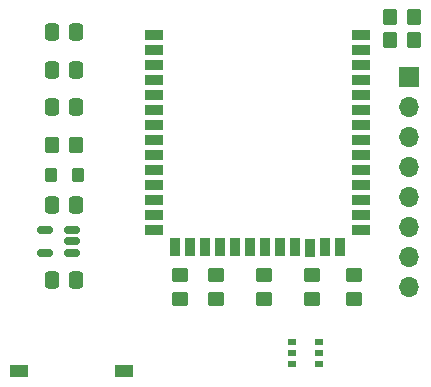
<source format=gbr>
%TF.GenerationSoftware,KiCad,Pcbnew,(6.0.1-0)*%
%TF.CreationDate,2022-04-20T12:22:31-04:00*%
%TF.ProjectId,32S2_3,33325332-5f33-42e6-9b69-6361645f7063,rev?*%
%TF.SameCoordinates,Original*%
%TF.FileFunction,Soldermask,Top*%
%TF.FilePolarity,Negative*%
%FSLAX46Y46*%
G04 Gerber Fmt 4.6, Leading zero omitted, Abs format (unit mm)*
G04 Created by KiCad (PCBNEW (6.0.1-0)) date 2022-04-20 12:22:31*
%MOMM*%
%LPD*%
G01*
G04 APERTURE LIST*
G04 Aperture macros list*
%AMRoundRect*
0 Rectangle with rounded corners*
0 $1 Rounding radius*
0 $2 $3 $4 $5 $6 $7 $8 $9 X,Y pos of 4 corners*
0 Add a 4 corners polygon primitive as box body*
4,1,4,$2,$3,$4,$5,$6,$7,$8,$9,$2,$3,0*
0 Add four circle primitives for the rounded corners*
1,1,$1+$1,$2,$3*
1,1,$1+$1,$4,$5*
1,1,$1+$1,$6,$7*
1,1,$1+$1,$8,$9*
0 Add four rect primitives between the rounded corners*
20,1,$1+$1,$2,$3,$4,$5,0*
20,1,$1+$1,$4,$5,$6,$7,0*
20,1,$1+$1,$6,$7,$8,$9,0*
20,1,$1+$1,$8,$9,$2,$3,0*%
G04 Aperture macros list end*
%ADD10O,1.700000X1.700000*%
%ADD11R,1.700000X1.700000*%
%ADD12RoundRect,0.250000X0.337500X0.475000X-0.337500X0.475000X-0.337500X-0.475000X0.337500X-0.475000X0*%
%ADD13RoundRect,0.150000X0.512500X0.150000X-0.512500X0.150000X-0.512500X-0.150000X0.512500X-0.150000X0*%
%ADD14RoundRect,0.250000X-0.450000X0.350000X-0.450000X-0.350000X0.450000X-0.350000X0.450000X0.350000X0*%
%ADD15RoundRect,0.250000X-0.350000X-0.450000X0.350000X-0.450000X0.350000X0.450000X-0.350000X0.450000X0*%
%ADD16RoundRect,0.250000X0.350000X0.450000X-0.350000X0.450000X-0.350000X-0.450000X0.350000X-0.450000X0*%
%ADD17R,0.700000X0.510000*%
%ADD18RoundRect,0.250000X0.450000X-0.350000X0.450000X0.350000X-0.450000X0.350000X-0.450000X-0.350000X0*%
%ADD19R,1.500000X0.900000*%
%ADD20R,0.900000X1.500000*%
%ADD21R,1.500000X1.100000*%
%ADD22RoundRect,0.250000X-0.337500X-0.475000X0.337500X-0.475000X0.337500X0.475000X-0.337500X0.475000X0*%
%ADD23RoundRect,0.250000X0.275000X0.350000X-0.275000X0.350000X-0.275000X-0.350000X0.275000X-0.350000X0*%
G04 APERTURE END LIST*
D10*
%TO.C,J1*%
X104775000Y-93980000D03*
X104775000Y-91440000D03*
X104775000Y-88900000D03*
X104775000Y-86360000D03*
X104775000Y-83820000D03*
X104775000Y-81280000D03*
X104775000Y-78740000D03*
D11*
X104775000Y-76200000D03*
%TD*%
D12*
%TO.C,C1*%
X76602500Y-72390000D03*
X74527500Y-72390000D03*
%TD*%
D13*
%TO.C,U4*%
X76189000Y-91054000D03*
X76189000Y-90104000D03*
X76189000Y-89154000D03*
X73914000Y-89154000D03*
X73914000Y-91054000D03*
%TD*%
D14*
%TO.C,R2*%
X100076000Y-92980000D03*
X100076000Y-94980000D03*
%TD*%
D12*
%TO.C,C6*%
X76602500Y-78740000D03*
X74527500Y-78740000D03*
%TD*%
D15*
%TO.C,R6*%
X103156000Y-73025000D03*
X105156000Y-73025000D03*
%TD*%
D16*
%TO.C,R5*%
X76565000Y-81915000D03*
X74565000Y-81915000D03*
%TD*%
D17*
%TO.C,U1*%
X94852000Y-98618000D03*
X94852000Y-99568000D03*
X94852000Y-100518000D03*
X97172000Y-100518000D03*
X97172000Y-99568000D03*
X97172000Y-98618000D03*
%TD*%
D12*
%TO.C,C2*%
X76602500Y-75565000D03*
X74527500Y-75565000D03*
%TD*%
D18*
%TO.C,U2*%
X88392000Y-94980000D03*
X88392000Y-92980000D03*
%TD*%
D16*
%TO.C,R7*%
X105156000Y-71120000D03*
X103156000Y-71120000D03*
%TD*%
D19*
%TO.C,U3*%
X83200000Y-72582500D03*
X83200000Y-73852500D03*
X83200000Y-75122500D03*
X83200000Y-76392500D03*
X83200000Y-77662500D03*
X83200000Y-78932500D03*
X83200000Y-80202500D03*
X83200000Y-81472500D03*
X83200000Y-82742500D03*
X83200000Y-84012500D03*
X83200000Y-85282500D03*
X83200000Y-86552500D03*
X83200000Y-87822500D03*
X83200000Y-89092500D03*
D20*
X84965000Y-90592500D03*
X86235000Y-90592500D03*
X87505000Y-90592500D03*
X88775000Y-90592500D03*
X90045000Y-90592500D03*
X91315000Y-90592500D03*
X92585000Y-90592500D03*
X93855000Y-90592500D03*
X95125000Y-90592500D03*
X96395000Y-90616500D03*
X97665000Y-90592500D03*
X98935000Y-90592500D03*
D19*
X100700000Y-89092500D03*
X100700000Y-87822500D03*
X100700000Y-86552500D03*
X100700000Y-85282500D03*
X100700000Y-84012500D03*
X100700000Y-82742500D03*
X100700000Y-81472500D03*
X100700000Y-80202500D03*
X100700000Y-78932500D03*
X100700000Y-77662500D03*
X100700000Y-76392500D03*
X100700000Y-75122500D03*
X100700000Y-73852500D03*
X100700000Y-72582500D03*
%TD*%
D18*
%TO.C,R3*%
X92456000Y-94980000D03*
X92456000Y-92980000D03*
%TD*%
D21*
%TO.C,SW1*%
X80650000Y-101092000D03*
X71750000Y-101092000D03*
%TD*%
D14*
%TO.C,R4*%
X85344000Y-92980000D03*
X85344000Y-94980000D03*
%TD*%
D12*
%TO.C,C3*%
X76602500Y-93345000D03*
X74527500Y-93345000D03*
%TD*%
D18*
%TO.C,R1*%
X96520000Y-92980000D03*
X96520000Y-94980000D03*
%TD*%
D22*
%TO.C,C4*%
X74527500Y-86995000D03*
X76602500Y-86995000D03*
%TD*%
D23*
%TO.C,L1*%
X76715000Y-84455000D03*
X74415000Y-84455000D03*
%TD*%
M02*

</source>
